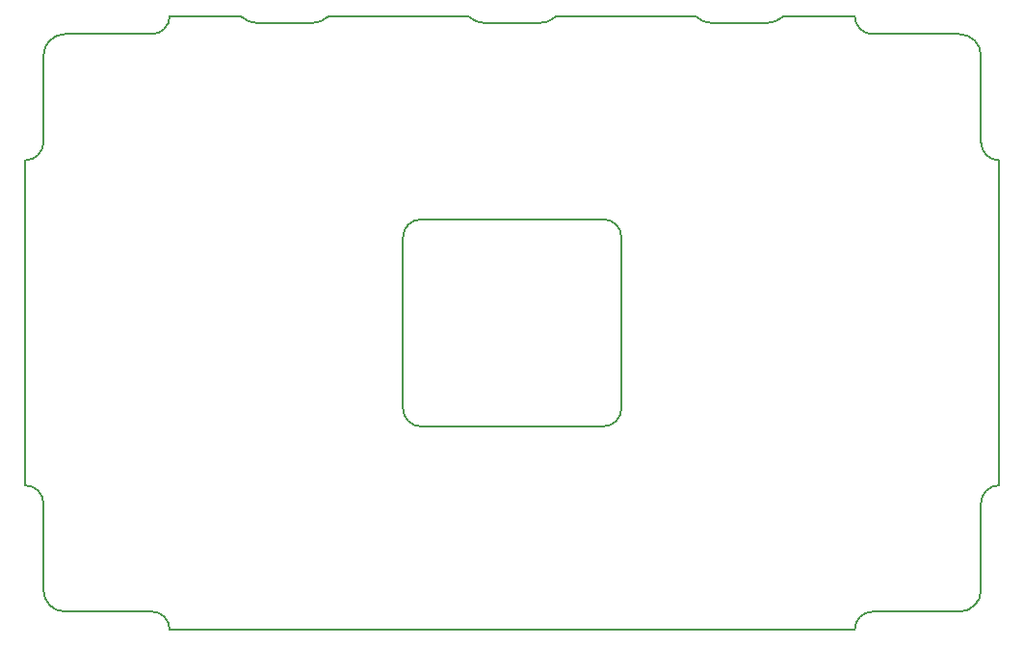
<source format=gm1>
G04*
G04 #@! TF.GenerationSoftware,Altium Limited,Altium Designer,20.1.14 (287)*
G04*
G04 Layer_Color=16711935*
%FSLAX24Y24*%
%MOIN*%
G70*
G04*
G04 #@! TF.SameCoordinates,36825D0D-408E-4E44-9134-4F5201A7400A*
G04*
G04*
G04 #@! TF.FilePolarity,Positive*
G04*
G01*
G75*
%ADD10C,0.0059*%
D10*
X17749Y20998D02*
G03*
X18393Y21252I0J945D01*
G01*
X15307Y21252D02*
G03*
X15952Y20998I644J691D01*
G01*
X23172Y21252D02*
G03*
X23816Y20998I644J691D01*
G01*
X25613Y20998D02*
G03*
X26258Y21252I0J945D01*
G01*
X7433Y21252D02*
G03*
X8078Y20998I644J691D01*
G01*
X9875Y20998D02*
G03*
X10519Y21252I0J945D01*
G01*
X0Y16252D02*
G03*
X630Y16882I0J630D01*
G01*
X20008Y7043D02*
G03*
X20630Y7665I0J622D01*
G01*
X13071D02*
G03*
X13693Y7043I622J0D01*
G01*
Y14209D02*
G03*
X13071Y13587I0J-622D01*
G01*
X20630D02*
G03*
X20008Y14209I-622J0D01*
G01*
X630Y4370D02*
G03*
X0Y5000I-630J0D01*
G01*
X5000Y0D02*
G03*
X4370Y630I-630J0D01*
G01*
X630Y1370D02*
G03*
X1370Y630I740J0D01*
G01*
Y20622D02*
G03*
X630Y19882I0J-740D01*
G01*
X4370Y20622D02*
G03*
X5000Y21252I0J630D01*
G01*
X33071Y16882D02*
G03*
X33701Y16252I630J0D01*
G01*
X28701Y21252D02*
G03*
X29331Y20622I630J0D01*
G01*
X33071Y19882D02*
G03*
X32331Y20622I-740J0D01*
G01*
Y630D02*
G03*
X33071Y1370I0J740D01*
G01*
X29331Y630D02*
G03*
X28701Y0I0J-630D01*
G01*
X33701Y5000D02*
G03*
X33071Y4370I0J-630D01*
G01*
X0Y5000D02*
Y16252D01*
X18393Y21252D02*
X23172Y21252D01*
X10519Y21252D02*
X15307Y21252D01*
X15952Y20998D02*
X17749D01*
X26258Y21252D02*
X28701D01*
X5000Y21252D02*
X7433Y21252D01*
X23816Y20998D02*
X25613D01*
X8078D02*
X9875D01*
X630Y16882D02*
Y19882D01*
X13693Y7043D02*
X20008D01*
X13071Y7665D02*
Y13587D01*
X13693Y14209D02*
X20008D01*
X20630Y7665D02*
Y13587D01*
X630Y1370D02*
Y4370D01*
X1370Y630D02*
X4370D01*
X1370Y20622D02*
X4370D01*
X33071Y16882D02*
Y19882D01*
X29331Y20622D02*
X32331D01*
X29331Y630D02*
X32331D01*
X33071Y1370D02*
Y4370D01*
X33701Y5000D02*
Y16252D01*
X5000Y-0D02*
X28701Y0D01*
M02*

</source>
